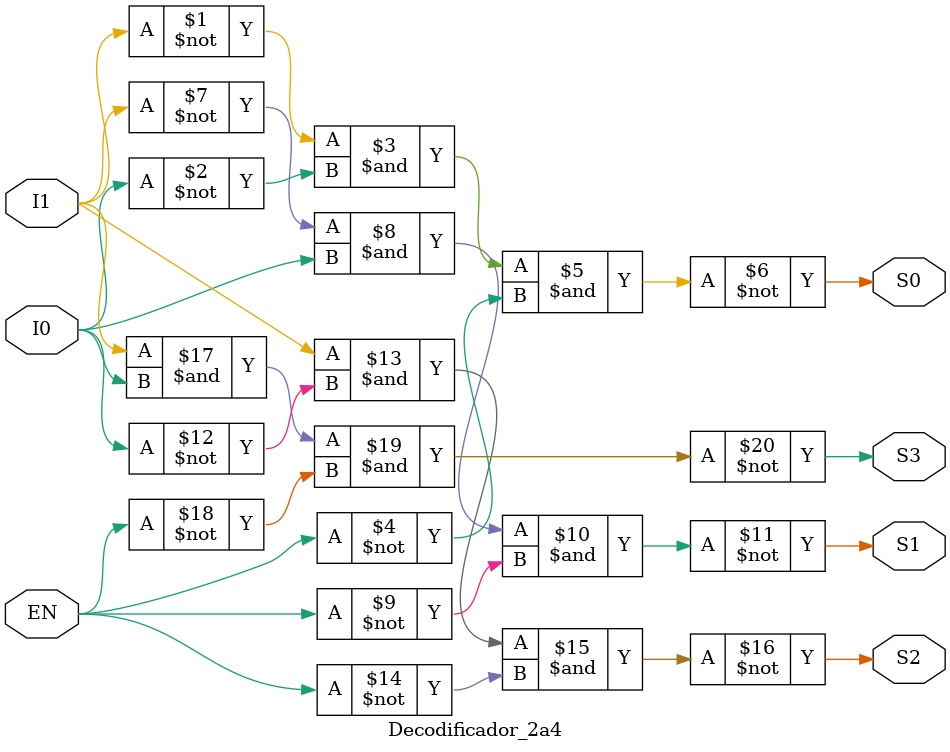
<source format=v>
`timescale 1ns / 1ps
module Decodificador_2a4(
input I0,I1,EN, 
output S0,S1,S2,S3
    );
assign S0=~(~I1&~I0&~EN);
assign S1=~(~I1&I0&~EN);
assign S2=~(I1&~I0&~EN);
assign S3=~(I1&I0&~EN);

endmodule

</source>
